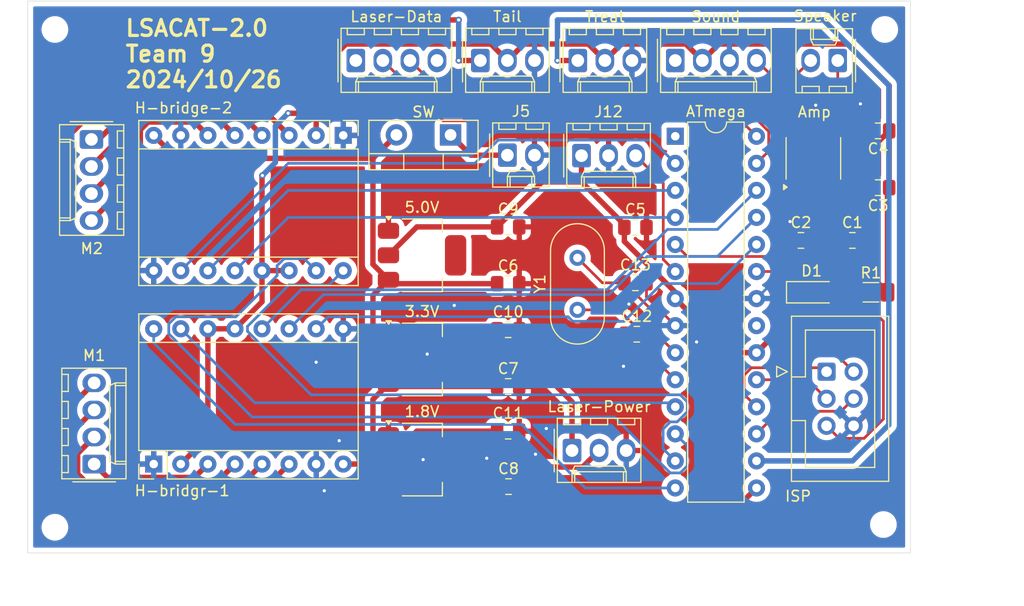
<source format=kicad_pcb>
(kicad_pcb (version 20240108) (generator "pcbnew") (generator_version "8.0")
  (layers (0 "F.Cu" signal) (31 "B.Cu" signal) (34 "B.Paste" user) (35 "F.Paste" user) (36 "B.SilkS" user "B.Silkscreen") (37 "F.SilkS" user "F.Silkscreen") (38 "B.Mask" user) (39 "F.Mask" user) (44 "Edge.Cuts" user))
  (net 0 "")
  (net 1 "/MS2_M1")
  (net 2 "/5V")
  (net 3 "/MS1_M1")
  (net 4 "GND")
  (net 5 "/A1_M1")
  (net 6 "/A2_M1")
  (net 7 "/B1_M1")
  (net 8 "/B2_M1")
  (net 9 "/VIN")
  (net 10 "/DIR_M1")
  (net 11 "/MS3_M1")
  (net 12 "/STEP_M1")
  (net 13 "/MS3_M2")
  (net 14 "/B1_M2")
  (net 15 "/STEP_M2")
  (net 16 "/MS1_M2")
  (net 17 "/DIR_M2")
  (net 18 "/A1_M2")
  (net 19 "/B2_M2")
  (net 20 "/A2_M2")
  (net 21 "/MS2_M2")
  (net 22 "Net-(U1-IN+)")
  (net 23 "/Speaker_IN+")
  (net 24 "Net-(U1-IN-)")
  (net 25 "/3.3V")
  (net 26 "/IOVDD")
  (net 27 "Net-(U2-XTAL2{slash}PB7)")
  (net 28 "Net-(U2-XTAL1{slash}PB6)")
  (net 29 "Net-(D1-A)")
  (net 30 "/Speaker_O+")
  (net 31 "/Speaker_O-")
  (net 32 "/MOSI")
  (net 33 "Net-(J2-~{RST})")
  (net 34 "/SCK")
  (net 35 "/MISO")
  (net 36 "/GPIO1")
  (net 37 "/SDA")
  (net 38 "/SCL")
  (net 39 "/XSHUT")
  (net 40 "/Anal_sound")
  (net 41 "/Digi_Sound")
  (net 42 "/PWM_Tail")
  (net 43 "/PWM_Treat")
  (net 44 "/Vout_Vibration")
  (net 45 "/Speaker_SD")
  (net 49 "/11.1V")
  (footprint "Package_TO_SOT_SMD:SOT-223" (layer "F.Cu") (at 80.289 109.468)
    (property "Reference" "3.3V")
    (property "Value" "AZ1117-3.3")
  )
  (footprint "Capacitor_SMD:C_0805_2012Metric_Pad1.18x1.45mm_HandSolder" (layer "F.Cu") (at 123.0755 93.339 180)
    (property "Reference" "C3")
    (property "Value" "10uF")
  )
  (footprint "Package_TO_SOT_SMD:SOT-223" (layer "F.Cu") (at 80.289 99.689)
    (property "Reference" "5.0V")
    (property "Value" "AZ1117-5.0")
  )
  (footprint "Capacitor_SMD:C_0805_2012Metric_Pad1.18x1.45mm_HandSolder" (layer "F.Cu") (at 88.3705 116.199)
    (property "Reference" "C11")
    (property "Value" "22uF")
  )
  (footprint "Connector_Molex:Molex_KK-254_AE-6410-03A_1x03_P2.54mm_Vertical" (layer "F.Cu") (at 85.759 81.401)
    (property "Reference" "Tail")
    (property "Value" "Tail")
  )
  (footprint "Capacitor_SMD:C_0805_2012Metric_Pad1.18x1.45mm_HandSolder" (layer "F.Cu") (at 88.3705 112.008)
    (property "Reference" "C7")
    (property "Value" "22uF")
  )
  (footprint "MountingHole:MountingHole_2mm" (layer "F.Cu") (at 123.571 124.968)
    (property "Reference" "H2" (hide yes))
    (property "Value" "MountingHole")
  )
  (footprint "MountingHole:MountingHole_2mm" (layer "F.Cu") (at 45.847 78.486)
    (property "Reference" "H3" (hide yes))
    (property "Value" "MountingHole")
  )
  (footprint "Diode_SMD:D_SOD-123" (layer "F.Cu") (at 116.841 103.161)
    (property "Reference" "D1")
    (property "Value" "MBR0520")
  )
  (footprint "Capacitor_SMD:C_0805_2012Metric_Pad1.18x1.45mm_HandSolder" (layer "F.Cu") (at 123.0755 88.005 180)
    (property "Reference" "C4")
    (property "Value" "1uF")
  )
  (footprint "Connector_Molex:Molex_KK-254_AE-6410-02A_1x02_P2.54mm_Vertical" (layer "F.Cu") (at 88.299 90.291)
    (property "Reference" "J5")
    (property "Value" "Battery")
  )
  (footprint "Module:Pololu_Breakout-16_15.2x20.3mm" (layer "F.Cu") (at 55.118 119.29 90)
    (property "Reference" "H-bridgr-1")
    (property "Value" "A4988")
  )
  (footprint "Resistor_SMD:R_1206_3216Metric_Pad1.30x1.75mm_HandSolder" (layer "F.Cu") (at 122.402 103.161)
    (property "Reference" "R1")
    (property "Value" "10k")
  )
  (footprint "Capacitor_SMD:C_0805_2012Metric_Pad1.18x1.45mm_HandSolder" (layer "F.Cu") (at 115.8365 98.292)
    (property "Reference" "C2")
    (property "Value" "0.1uF")
  )
  (footprint "Capacitor_SMD:C_0805_2012Metric_Pad1.18x1.45mm_HandSolder" (layer "F.Cu") (at 100.3085 97.065)
    (property "Reference" "C5")
    (property "Value" "1uF")
  )
  (footprint "Package_TO_SOT_THT:TO-220-2_Vertical" (layer "F.Cu") (at 82.965 88.386 180)
    (property "Reference" "SW")
    (property "Value" "SW_Push")
  )
  (footprint "Capacitor_SMD:C_0805_2012Metric_Pad1.18x1.45mm_HandSolder" (layer "F.Cu") (at 88.3705 106.674)
    (property "Reference" "C10")
    (property "Value" "22uF")
  )
  (footprint "Connector_Molex:Molex_KK-254_AE-6410-03A_1x03_P2.54mm_Vertical" (layer "F.Cu") (at 94.361 118.02)
    (property "Reference" "Laser-Power")
    (property "Value" "Laser_Power")
  )
  (footprint "Connector_Molex:Molex_KK-254_AE-6410-03A_1x03_P2.54mm_Vertical" (layer "F.Cu") (at 95.25 90.334)
    (property "Reference" "J12")
    (property "Value" "SW-420")
  )
  (footprint "MountingHole:MountingHole_2mm" (layer "F.Cu") (at 123.698 78.486)
    (property "Reference" "H1" (hide yes))
    (property "Value" "MountingHole")
  )
  (footprint "Capacitor_SMD:C_0805_2012Metric_Pad1.18x1.45mm_HandSolder" (layer "F.Cu") (at 120.6625 98.292)
    (property "Reference" "C1")
    (property "Value" "0.1uF")
  )
  (footprint "Connector_IDC:IDC-Header_2x03_P2.54mm_Vertical" (layer "F.Cu") (at 118.237 110.617)
    (property "Reference" "ISP")
    (property "Value" "AVR-ISP-6")
  )
  (footprint "Capacitor_SMD:C_0805_2012Metric_Pad1.18x1.45mm_HandSolder" (layer "F.Cu") (at 88.3705 102.356)
    (property "Reference" "C6")
    (property "Value" "22uF")
  )
  (footprint "Connector_Molex:Molex_KK-254_AE-6410-02A_1x02_P2.54mm_Vertical" (layer "F.Cu") (at 119.287 81.401 180)
    (property "Reference" "Speaker")
    (property "Value" "Speaker")
  )
  (footprint "Capacitor_SMD:C_0805_2012Metric_Pad1.18x1.45mm_HandSolder" (layer "F.Cu") (at 88.4045 121.406)
    (property "Reference" "C8")
    (property "Value" "22uF")
  )
  (footprint "Module:Pololu_Breakout-16_15.2x20.3mm" (layer "F.Cu") (at 72.898 88.429 -90)
    (property "Reference" "H-bridge-2")
    (property "Value" "A4988")
  )
  (footprint "MountingHole:MountingHole_2mm" (layer "F.Cu") (at 45.847 125.222)
    (property "Reference" "H4" (hide yes))
    (property "Value" "MountingHole")
  )
  (footprint "Package_TO_SOT_SMD:SOT-223" (layer "F.Cu") (at 80.289 118.866)
    (property "Reference" "1.8V")
    (property "Value" "AZ1117-1.8")
  )
  (footprint "Connector_Molex:Molex_KK-254_AE-6410-04A_1x04_P2.54mm_Vertical" (layer "F.Cu") (at 49.276 88.81 -90)
    (property "Reference" "M2")
    (property "Value" "M2")
  )
  (footprint "Capacitor_SMD:C_0805_2012Metric_Pad1.18x1.45mm_HandSolder" (layer "F.Cu") (at 88.3705 97.022)
    (property "Reference" "C9")
    (property "Value" "22uF")
  )
  (footprint "Connector_Molex:Molex_KK-254_AE-6410-04A_1x04_P2.54mm_Vertical" (layer "F.Cu") (at 49.53 119.29 90)
    (property "Reference" "M1")
    (property "Value" "M1")
  )
  (footprint "Connector_Molex:Molex_KK-254_AE-6410-04A_1x04_P2.54mm_Vertical" (layer "F.Cu") (at 104.047 81.401)
    (property "Reference" "Sound")
    (property "Value" "KY-038")
  )
  (footprint "Connector_Molex:Molex_KK-254_AE-6410-03A_1x03_P2.54mm_Vertical" (layer "F.Cu") (at 94.903 81.401)
    (property "Reference" "Treat")
    (property "Value" "Treat")
  )
  (footprint "Connector_Molex:Molex_KK-254_AE-6410-04A_1x04_P2.54mm_Vertical" (layer "F.Cu") (at 74.075 81.401)
    (property "Reference" "Laser-Data")
    (property "Value" "Laser_Data")
  )
  (footprint "Package_DIP:DIP-28_W7.62mm" (layer "F.Cu") (at 104.047 88.513)
    (property "Reference" "ATmega")
    (property "Value" "ATmega328-P")
  )
  (footprint "Capacitor_SMD:C_0805_2012Metric_Pad1.18x1.45mm_HandSolder" (layer "F.Cu") (at 100.3085 102.272)
    (property "Reference" "C13")
    (property "Value" "22pF")
  )
  (footprint "Capacitor_SMD:C_0805_2012Metric_Pad1.18x1.45mm_HandSolder" (layer "F.Cu") (at 100.4355 107.098)
    (property "Reference" "C12")
    (property "Value" "22pF")
  )
  (footprint "Crystal:Crystal_HC49-U_Vertical" (layer "F.Cu") (at 94.869 104.812 90)
    (property "Reference" "Y1")
    (property "Value" "16Mhz")
  )
  (footprint "Package_SO:SOP-8_3.9x4.9mm_P1.27mm" (layer "F.Cu") (at 117.001 90.587 90)
    (property "Reference" "Amp")
    (property "Value" "PAM8302AAS")
  )
  (gr_rect (start 43.307 75.819) (end 126.111 127.635) (stroke (width 0.05)) (fill none) (layer "Edge.Cuts"))
  (gr_text "LSACAT-2.0\nTeam 9\n2024/10/26" (at 52.324 84.074 0) (layer "F.SilkS") (effects (font (size 1.5 1.5) (thickness 0.3) (bold yes)) (justify left bottom)))
  (segment (start 108 99.8) (end 111.667 96.133) (width 0.254) (layer "B.Cu") (net 1))
  (segment (start 67.818 106.59) (end 71.031 103.377) (width 0.254) (layer "B.Cu") (net 1))
  (segment (start 97.826053 103.377) (end 101.403053 99.8) (width 0.254) (layer "B.Cu") (net 1))
  (segment (start 101.403053 99.8) (end 108 99.8) (width 0.254) (layer "B.Cu") (net 1))
  (segment (start 71.031 103.377) (end 97.826053 103.377) (width 0.254) (layer "B.Cu") (net 1))
  (segment (start 73.156466 79.852) (end 86.75 79.852) (width 0.508) (layer "F.Cu") (net 2))
  (segment (start 106.587 81.401) (end 108.136 79.852) (width 0.508) (layer "F.Cu") (net 2))
  (segment (start 97.443 81.401) (end 98.992 79.852) (width 0.508) (layer "F.Cu") (net 2))
  (segment (start 95.25 92.797) (end 95.25 90.334) (width 0.508) (layer "F.Cu") (net 2))
  (segment (start 117.636 87.962) (end 117.636 88.786999) (width 0.508) (layer "F.Cu") (net 2))
  (segment (start 98.992 79.852) (end 105.038 79.852) (width 0.508) (layer "F.Cu") (net 2))
  (segment (start 104.047 103.753) (end 104.047 103.157966) (width 0.508) (layer "F.Cu") (net 2))
  (segment (start 124.113 93.593) (end 123.952 93.754) (width 0.508) (layer "F.Cu") (net 2))
  (segment (start 122.877 89.241) (end 124.113 88.005) (width 0.508) (layer "F.Cu") (net 2))
  (segment (start 70.358 86.354) (end 70.358 82.650466) (width 0.508) (layer "F.Cu") (net 2))
  (segment (start 65.278 101.129) (end 65.278 104.05) (width 0.508) (layer "F.Cu") (net 2))
  (segment (start 99.271 97.065) (end 99.271 96.818) (width 0.508) (layer "F.Cu") (net 2))
  (segment (start 95.894 79.852) (end 97.443 81.401) (width 0.508) (layer "F.Cu") (net 2))
  (segment (start 65.278 92.23) (end 65.312 92.196) (width 0.508) (layer "F.Cu") (net 2))
  (segment (start 62.738 106.59) (end 60.198 106.59) (width 0.508) (layer "F.Cu") (net 2))
  (segment (start 65.278 104.05) (end 62.738 106.59) (width 0.508) (layer "F.Cu") (net 2))
  (segment (start 120.205534 79.852) (end 124.113 83.759466) (width 0.508) (layer "F.Cu") (net 2))
  (segment (start 79.806 97.022) (end 87.333 97.022) (width 0.508) (layer "F.Cu") (net 2))
  (segment (start 116.52 101.832) (end 115.191 103.161) (width 0.508) (layer "F.Cu") (net 2))
  (segment (start 99.271 98.381966) (end 99.271 97.065) (width 0.508) (layer "F.Cu") (net 2))
  (segment (start 70.358 88.429) (end 70.358 86.354) (width 0.508) (layer "F.Cu") (net 2))
  (segment (start 86.75 79.852) (end 88.299 81.401) (width 0.508) (layer "F.Cu") (net 2))
  (segment (start 104.047 103.157966) (end 99.271 98.381966) (width 0.508) (layer "F.Cu") (net 2))
  (segment (start 124.113 93.339) (end 124.113 93.593) (width 0.508) (layer "F.Cu") (net 2))
  (segment (start 87.333 97.022) (end 91.558 92.797) (width 0.508) (layer "F.Cu") (net 2))
  (segment (start 77.139 99.689) (end 79.806 97.022) (width 0.508) (layer "F.Cu") (net 2))
  (segment (start 88.299 81.401) (end 89.848 79.852) (width 0.508) (layer "F.Cu") (net 2))
  (segment (start 115.191 103.161) (end 115.191 105.309) (width 0.508) (layer "F.Cu") (net 2))
  (segment (start 91.558 92.797) (end 95.25 92.797) (width 0.508) (layer "F.Cu") (net 2))
  (segment (start 60.198 106.59) (end 60.198 116.75) (width 0.508) (layer "F.Cu") (net 2))
  (segment (start 89.848 79.852) (end 95.894 79.852) (width 0.508) (layer "F.Cu") (net 2))
  (segment (start 122.623 101.832) (end 116.52 101.832) (width 0.508) (layer "F.Cu") (net 2))
  (segment (start 108.136 79.852) (end 120.205534 79.852) (width 0.508) (layer "F.Cu") (net 2))
  (segment (start 111.667 108.833) (end 109.127 108.833) (width 0.508) (layer "F.Cu") (net 2))
  (segment (start 124.113 88.005) (end 124.113 93.339) (width 0.508) (layer "F.Cu") (net 2))
  (segment (start 65.278 101.129) (end 65.278 92.23) (width 0.508) (layer "F.Cu") (net 2))
  (segment (start 124.113 83.759466) (end 124.113 88.005) (width 0.508) (layer "F.Cu") (net 2))
  (segment (start 115.191 105.309) (end 111.667 108.833) (width 0.508) (layer "F.Cu") (net 2))
  (segment (start 70.358 82.650466) (end 73.156466 79.852) (width 0.508) (layer "F.Cu") (net 2))
  (segment (start 123.952 93.754) (end 123.952 103.161) (width 0.508) (layer "F.Cu") (net 2))
  (segment (start 105.038 79.852) (end 106.587 81.401) (width 0.508) (layer "F.Cu") (net 2))
  (segment (start 67.818 101.129) (end 65.278 101.129) (width 0.508) (layer "F.Cu") (net 2))
  (segment (start 117.636 88.786999) (end 118.090001 89.241) (width 0.508) (layer "F.Cu") (net 2))
  (segment (start 99.271 96.818) (end 95.25 92.797) (width 0.508) (layer "F.Cu") (net 2))
  (segment (start 123.952 103.161) (end 122.623 101.832) (width 0.508) (layer "F.Cu") (net 2))
  (segment (start 118.090001 89.241) (end 122.877 89.241) (width 0.508) (layer "F.Cu") (net 2))
  (segment (start 67.725 86.354) (end 70.358 86.354) (width 0.508) (layer "F.Cu") (net 2))
  (segment (start 60.198 116.75) (end 57.658 119.29) (width 0.508) (layer "F.Cu") (net 2))
  (segment (start 109.127 108.833) (end 104.047 103.753) (width 0.508) (layer "F.Cu") (net 2))
  (via (at 65.312 92.196) (size 0.6) (drill 0.3) (layers "F.Cu" "B.Cu") (net 2))
  (via (at 67.725 86.354) (size 0.6) (drill 0.3) (layers "F.Cu" "B.Cu") (net 2))
  (segment (start 65.312 92.196) (end 66.532 90.976) (width 0.508) (layer "B.Cu") (net 2))
  (segment (start 66.532 90.976) (end 66.532 87.547) (width 0.508) (layer "B.Cu") (net 2))
  (segment (start 66.532 87.547) (end 67.725 86.354) (width 0.508) (layer "B.Cu") (net 2))
  (segment (start 93.996891 105.463) (end 94.422891 105.889) (width 0.254) (layer "B.Cu") (net 3))
  (segment (start 99.244001 105.889) (end 102.793001 102.34) (width 0.254) (layer "B.Cu") (net 3))
  (segment (start 94.422891 105.889) (end 99.244001 105.889) (width 0.254) (layer "B.Cu") (net 3))
  (segment (start 102.793001 102.34) (end 108 102.34) (width 0.254) (layer "B.Cu") (net 3))
  (segment (start 71.485 105.463) (end 93.996891 105.463) (width 0.254) (layer "B.Cu") (net 3))
  (segment (start 70.358 106.59) (end 71.485 105.463) (width 0.254) (layer "B.Cu") (net 3))
  (segment (start 108 102.34) (end 111.667 98.673) (width 0.254) (layer "B.Cu") (net 3))
  (segment (start 77.139 107.168) (end 77.139 105.134) (width 0.254) (layer "F.Cu") (net 4))
  (segment (start 77.139 114.818) (end 77.123 114.802) (width 0.254) (layer "F.Cu") (net 4))
  (segment (start 101.346 103.592) (end 104.047 106.293) (width 0.254) (layer "F.Cu") (net 4))
  (segment (start 97.79 90.334) (end 97.79 92.543) (width 0.254) (layer "F.Cu") (net 4))
  (segment (start 77.139 105.134) (end 77.25 105.023) (width 0.254) (layer "F.Cu") (net 4))
  (segment (start 90.839 83.56) (end 90.966 83.687) (width 0.254) (layer "F.Cu") (net 4))
  (segment (start 77.139 97.389) (end 77.139 95.482) (width 0.254) (layer "F.Cu") (net 4))
  (segment (start 90.839 81.401) (end 90.839 83.56) (width 0.254) (layer "F.Cu") (net 4))
  (segment (start 77.139 116.566) (end 77.139 114.818) (width 0.254) (layer "F.Cu") (net 4))
  (segment (start 114.799 96.529) (end 114.808 96.52) (width 0.254) (layer "F.Cu") (net 4))
  (segment (start 120.777 115.697) (end 121.031 115.697) (width 0.254) (layer "F.Cu") (net 4))
  (segment (start 121.031 115.697) (end 122.174 114.554) (width 0.254) (layer "F.Cu") (net 4))
  (segment (start 97.79 92.543) (end 98.205 92.958) (width 0.254) (layer "F.Cu") (net 4))
  (segment (start 77.139 95.482) (end 77.25 95.371) (width 0.254) (layer "F.Cu") (net 4))
  (segment (start 109.127 81.401) (end 109.127 83.814) (width 0.254) (layer "F.Cu") (net 4))
  (segment (start 101.346 102.272) (end 101.346 103.592) (width 0.254) (layer "F.Cu") (net 4))
  (segment (start 114.799 98.292) (end 114.799 96.529) (width 0.254) (layer "F.Cu") (net 4))
  (via (at 99.187 110.109) (size 0.6) (drill 0.3) (layers "F.Cu" "B.Cu") (net 4))
  (via (at 90.932 118.364) (size 0.6) (drill 0.3) (layers "F.Cu" "B.Cu") (net 4))
  (via (at 72.517 117.094) (size 0.6) (drill 0.3) (layers "F.Cu" "B.Cu") (net 4))
  (via (at 86.36 118.745) (size 0.6) (drill 0.3) (layers "F.Cu" "B.Cu") (net 4))
  (via (at 91.948 115.951) (size 0.6) (drill 0.3) (layers "F.Cu" "B.Cu") (net 4))
  (via (at 114.808 96.52) (size 0.6) (drill 0.3) (layers "F.Cu" "B.Cu") (net 4))
  (via (at 70.358 109.728) (size 0.6) (drill 0.3) (layers "F.Cu" "B.Cu") (net 4))
  (via (at 83.312 104.394) (size 0.6) (drill 0.3) (layers "F.Cu" "B.Cu") (net 4))
  (via (at 80.772 108.966) (size 0.6) (drill 0.3) (layers "F.Cu" "B.Cu") (net 4))
  (via (at 106.045 107.823) (size 0.6) (drill 0.3) (layers "F.Cu" "B.Cu") (net 4))
  (via (at 117.221 85.598) (size 0.6) (drill 0.3) (layers "F.Cu" "B.Cu") (net 4))
  (via (at 121.412 85.471) (size 0.6) (drill 0.3) (layers "F.Cu" "B.Cu") (net 4))
  (via (at 99.695 104.267) (size 0.6) (drill 0.3) (layers "F.Cu" "B.Cu") (net 4))
  (via (at 80.391 118.872) (size 0.6) (drill 0.3) (layers "F.Cu" "B.Cu") (net 4))
  (via (at 71.12 121.793) (size 0.6) (drill 0.3) (layers "F.Cu" "B.Cu") (net 4))
  (segment (start 99.441 119.848) (end 99.602 120.009) (width 0.254) (layer "B.Cu") (net 4))
  (segment (start 114.808 96.52) (end 115.951 97.663) (width 0.254) (layer "B.Cu") (net 4))
  (segment (start 99.441 118.02) (end 99.441 119.848) (width 0.254) (layer "B.Cu") (net 4))
  (segment (start 120.777 117.094) (end 120.396 117.475) (width 0.254) (layer "B.Cu") (net 4))
  (segment (start 115.951 97.663) (end 115.951 99.469) (width 0.254) (layer "B.Cu") (net 4))
  (segment (start 120.777 115.697) (end 120.777 117.094) (width 0.254) (layer "B.Cu") (net 4))
  (segment (start 111.667 103.753) (end 115.951 99.469) (width 0.254) (layer "B.Cu") (net 4))
  (segment (start 47.981 118.299) (end 47.981 120.208534) (width 0.508) (layer "F.Cu") (net 5))
  (segment (start 49.024466 121.252) (end 60.776 121.252) (width 0.508) (layer "F.Cu") (net 5))
  (segment (start 47.981 120.208534) (end 49.024466 121.252) (width 0.508) (layer "F.Cu") (net 5))
  (segment (start 60.776 121.252) (end 62.738 119.29) (width 0.508) (layer "F.Cu") (net 5))
  (segment (start 49.53 116.75) (end 47.981 118.299) (width 0.508) (layer "F.Cu") (net 5))
  (segment (start 47.273 116.467) (end 47.273 120.501798) (width 0.508) (layer "F.Cu") (net 6))
  (segment (start 48.731202 121.96) (end 62.608 121.96) (width 0.508) (layer "F.Cu") (net 6))
  (segment (start 49.53 114.21) (end 47.273 116.467) (width 0.508) (layer "F.Cu") (net 6))
  (segment (start 47.273 120.501798) (end 48.731202 121.96) (width 0.508) (layer "F.Cu") (net 6))
  (segment (start 62.608 121.96) (end 65.278 119.29) (width 0.508) (layer "F.Cu") (net 6))
  (segment (start 49.53 119.29) (end 50.784 120.544) (width 0.508) (layer "F.Cu") (net 7))
  (segment (start 50.784 120.544) (end 58.944 120.544) (width 0.508) (layer "F.Cu") (net 7))
  (segment (start 58.944 120.544) (end 60.198 119.29) (width 0.508) (layer "F.Cu") (net 7))
  (segment (start 46.565 120.795062) (end 48.437938 122.668) (width 0.508) (layer "F.Cu") (net 8))
  (segment (start 48.437938 122.668) (end 64.44 122.668) (width 0.508) (layer "F.Cu") (net 8))
  (segment (start 49.53 111.67) (end 46.565 114.635) (width 0.508) (layer "F.Cu") (net 8))
  (segment (start 46.565 114.635) (end 46.565 120.795062) (width 0.508) (layer "F.Cu") (net 8))
  (segment (start 64.44 122.668) (end 67.818 119.29) (width 0.508) (layer "F.Cu") (net 8))
  (segment (start 84.87 90.291) (end 82.965 88.386) (width 0.508) (layer "F.Cu") (net 9))
  (segment (start 88.299 90.291) (end 84.87 90.291) (width 0.508) (layer "F.Cu") (net 9))
  (segment (start 62.772 115.564) (end 89.617072 115.564) (width 0.254) (layer "B.Cu") (net 10))
  (segment (start 95.586072 121.533) (end 104.047 121.533) (width 0.254) (layer "B.Cu") (net 10))
  (segment (start 55.118 107.91) (end 62.772 115.564) (width 0.254) (layer "B.Cu") (net 10))
  (segment (start 55.118 106.59) (end 55.118 107.91) (width 0.254) (layer "B.Cu") (net 10))
  (segment (start 89.617072 115.564) (end 95.586072 121.533) (width 0.254) (layer "B.Cu") (net 10))
  (segment (start 68.945 102.923) (end 97.638001 102.923) (width 0.254) (layer "B.Cu") (net 11))
  (segment (start 108 97.26) (end 111.667 93.593) (width 0.254) (layer "B.Cu") (net 11))
  (segment (start 103.301001 97.26) (end 108 97.26) (width 0.254) (layer "B.Cu") (net 11))
  (segment (start 65.278 106.59) (end 68.945 102.923) (width 0.254) (layer "B.Cu") (net 11))
  (segment (start 97.638001 102.923) (end 103.301001 97.26) (width 0.254) (layer "B.Cu") (net 11))
  (segment (start 103.674 113.54) (end 104.047 113.913) (width 0.254) (layer "B.Cu") (net 12))
  (segment (start 64.608 113.54) (end 103.674 113.54) (width 0.254) (layer "B.Cu") (net 12))
  (segment (start 57.658 106.59) (end 64.608 113.54) (width 0.254) (layer "B.Cu") (net 12))
  (segment (start 67.734 96.133) (end 104.047 96.133) (width 0.254) (layer "B.Cu") (net 13))
  (segment (start 62.738 101.129) (end 67.734 96.133) (width 0.254) (layer "B.Cu") (net 13))
  (segment (start 64.44 85.051) (end 67.818 88.429) (width 0.508) (layer "F.Cu") (net 14))
  (segment (start 49.959784 88.81) (end 53.718784 85.051) (width 0.508) (layer "F.Cu") (net 14))
  (segment (start 53.718784 85.051) (end 64.44 85.051) (width 0.508) (layer "F.Cu") (net 14))
  (segment (start 49.276 88.81) (end 49.959784 88.81) (width 0.508) (layer "F.Cu") (net 14))
  (segment (start 56.531 106.123181) (end 56.531 107.056819) (width 0.254) (layer "B.Cu") (net 15))
  (segment (start 103.580181 120.12) (end 104.513819 120.12) (width 0.254) (layer "B.Cu") (net 15))
  (segment (start 57.191181 105.463) (end 56.531 106.123181) (width 0.254) (layer "B.Cu") (net 15))
  (segment (start 105.174 119.459819) (end 105.174 117.58) (width 0.254) (layer "B.Cu") (net 15))
  (segment (start 69.231 100.002) (end 67.351181 100.002) (width 0.254) (layer "B.Cu") (net 15))
  (segment (start 98.332181 114.872) (end 103.580181 120.12) (width 0.254) (layer "B.Cu") (net 15))
  (segment (start 105.174 117.58) (end 104.047 116.453) (width 0.254) (layer "B.Cu") (net 15))
  (segment (start 62.823819 105.463) (end 57.191181 105.463) (width 0.254) (layer "B.Cu") (net 15))
  (segment (start 67.351181 100.002) (end 66.691 100.662181) (width 0.254) (layer "B.Cu") (net 15))
  (segment (start 66.691 101.595819) (end 62.823819 105.463) (width 0.254) (layer "B.Cu") (net 15))
  (segment (start 104.513819 120.12) (end 105.174 119.459819) (width 0.254) (layer "B.Cu") (net 15))
  (segment (start 64.346181 114.872) (end 98.332181 114.872) (width 0.254) (layer "B.Cu") (net 15))
  (segment (start 70.358 101.129) (end 69.231 100.002) (width 0.254) (layer "B.Cu") (net 15))
  (segment (start 56.531 107.056819) (end 64.346181 114.872) (width 0.254) (layer "B.Cu") (net 15))
  (segment (start 66.691 100.662181) (end 66.691 101.595819) (width 0.254) (layer "B.Cu") (net 15))
  (segment (start 57.658 101.129) (end 67.734 91.053) (width 0.254) (layer "B.Cu") (net 16))
  (segment (start 101.863 88.869) (end 104.047 91.053) (width 0.254) (layer "B.Cu") (net 16))
  (segment (start 85.249072 91.053) (end 87.433072 88.869) (width 0.254) (layer "B.Cu") (net 16))
  (segment (start 87.433072 88.869) (end 101.863 88.869) (width 0.254) (layer "B.Cu") (net 16))
  (segment (start 67.734 91.053) (end 85.249072 91.053) (width 0.254) (layer "B.Cu") (net 16))
  (segment (start 104.227819 115.326) (end 103.580181 115.326) (width 0.254) (layer "B.Cu") (net 17))
  (segment (start 69.880181 112.786) (end 104.513819 112.786) (width 0.254) (layer "B.Cu") (net 17))
  (segment (start 105.174 114.379819) (end 104.227819 115.326) (width 0.254) (layer "B.Cu") (net 17))
  (segment (start 63.915 106.359181) (end 63.915 106.820819) (width 0.254) (layer "B.Cu") (net 17))
  (segment (start 102.904 117.85) (end 104.047 118.993) (width 0.254) (layer "B.Cu") (net 17))
  (segment (start 71.558 102.469) (end 67.805181 102.469) (width 0.254) (layer "B.Cu") (net 17))
  (segment (start 72.898 101.129) (end 71.558 102.469) (width 0.254) (layer "B.Cu") (net 17))
  (segment (start 103.580181 115.326) (end 102.904 116.002181) (width 0.254) (layer "B.Cu") (net 17))
  (segment (start 105.174 113.446181) (end 105.174 114.379819) (width 0.254) (layer "B.Cu") (net 17))
  (segment (start 104.513819 112.786) (end 105.174 113.446181) (width 0.254) (layer "B.Cu") (net 17))
  (segment (start 102.904 116.002181) (end 102.904 117.85) (width 0.254) (layer "B.Cu") (net 17))
  (segment (start 63.915 106.820819) (end 69.880181 112.786) (width 0.254) (layer "B.Cu") (net 17))
  (segment (start 67.805181 102.469) (end 63.915 106.359181) (width 0.254) (layer "B.Cu") (net 17))
  (segment (start 52.448 88.178) (end 52.448 87.323048) (width 0.508) (layer "F.Cu") (net 18))
  (segment (start 49.276 91.35) (end 52.448 88.178) (width 0.508) (layer "F.Cu") (net 18))
  (segment (start 52.448 87.323048) (end 54.012048 85.759) (width 0.508) (layer "F.Cu") (net 18))
  (segment (start 62.608 85.759) (end 65.278 88.429) (width 0.508) (layer "F.Cu") (net 18))
  (segment (start 54.012048 85.759) (end 62.608 85.759) (width 0.508) (layer "F.Cu") (net 18))
  (segment (start 54.598576 87.175) (end 58.944 87.175) (width 0.508) (layer "F.Cu") (net 19))
  (segment (start 53.864 87.909576) (end 54.598576 87.175) (width 0.508) (layer "F.Cu") (net 19))
  (segment (start 53.864 91.842) (end 53.864 87.909576) (width 0.508) (layer "F.Cu") (net 19))
  (segment (start 49.276 96.43) (end 53.864 91.842) (width 0.508) (layer "F.Cu") (net 19))
  (segment (start 58.944 87.175) (end 60.198 88.429) (width 0.508) (layer "F.Cu") (net 19))
  (segment (start 54.305312 86.467) (end 60.776 86.467) (width 0.508) (layer "F.Cu") (net 20))
  (segment (start 60.776 86.467) (end 62.738 88.429) (width 0.508) (layer "F.Cu") (net 20))
  (segment (start 53.156 90.01) (end 53.156 87.616312) (width 0.508) (layer "F.Cu") (net 20))
  (segment (start 53.156 87.616312) (end 54.305312 86.467) (width 0.508) (layer "F.Cu") (net 20))
  (segment (start 49.276 93.89) (end 53.156 90.01) (width 0.508) (layer "F.Cu") (net 20))
  (segment (start 67.734 93.593) (end 104.047 93.593) (width 0.254) (layer "B.Cu") (net 21))
  (segment (start 60.198 101.129) (end 67.734 93.593) (width 0.254) (layer "B.Cu") (net 21))
  (segment (start 117.636 92.387001) (end 117.963001 92.06) (width 0.254) (layer "F.Cu") (net 22))
  (segment (start 117.636 93.212) (end 117.636 92.387001) (width 0.254) (layer "F.Cu") (net 22))
  (segment (start 119.257736 92.06) (end 121.1235 93.925764) (width 0.254) (layer "F.Cu") (net 22))
  (segment (start 117.963001 92.06) (end 119.257736 92.06) (width 0.254) (layer "F.Cu") (net 22))
  (segment (start 121.1235 97.7155) (end 121.7 98.292) (width 0.254) (layer "F.Cu") (net 22))
  (segment (start 121.1235 93.925764) (end 121.1235 97.7155) (width 0.254) (layer "F.Cu") (net 22))
  (segment (start 105.174 99.8) (end 104.047 98.673) (width 0.254) (layer "F.Cu") (net 23))
  (segment (start 119.625 98.292) (end 118.117 99.8) (width 0.254) (layer "F.Cu") (net 23))
  (segment (start 118.117 99.8) (end 105.174 99.8) (width 0.254) (layer "F.Cu") (net 23))
  (segment (start 118.906 96.26) (end 118.906 93.212) (width 0.254) (layer "F.Cu") (net 24))
  (segment (start 116.874 98.292) (end 118.906 96.26) (width 0.254) (layer "F.Cu") (net 24))
  (segment (start 87.333 106.674) (end 87.592966 106.674) (width 0.508) (layer "F.Cu") (net 25))
  (segment (start 94.361 113.442034) (end 94.361 118.02) (width 0.508) (layer "F.Cu") (net 25))
  (segment (start 79.933 106.674) (end 87.333 106.674) (width 0.508) (layer "F.Cu") (net 25))
  (segment (start 77.139 109.468) (end 79.933 106.674) (width 0.508) (layer "F.Cu") (net 25))
  (segment (start 87.592966 106.674) (end 94.361 113.442034) (width 0.508) (layer "F.Cu") (net 25))
  (segment (start 77.139 118.866) (end 79.806 116.199) (width 0.508) (layer "F.Cu") (net 26))
  (segment (start 95.352 119.569) (end 96.901 118.02) (width 0.508) (layer "F.Cu") (net 26))
  (segment (start 87.333 116.199) (end 90.703 119.569) (width 0.508) (layer "F.Cu") (net 26))
  (segment (start 79.806 116.199) (end 87.333 116.199) (width 0.508) (layer "F.Cu") (net 26))
  (segment (start 90.703 119.569) (end 95.352 119.569) (width 0.508) (layer "F.Cu") (net 26))
  (segment (start 98.747428 104.812) (end 94.869 104.812) (width 0.254) (layer "F.Cu") (net 27))
  (segment (start 101.473 108.799) (end 101.473 107.098) (width 0.254) (layer "F.Cu") (net 27))
  (segment (start 101.473 107.098) (end 101.033428 107.098) (width 0.254) (layer "F.Cu") (net 27))
  (segment (start 104.047 111.373) (end 101.473 108.799) (width 0.254) (layer "F.Cu") (net 27))
  (segment (start 101.033428 107.098) (end 98.747428 104.812) (width 0.254) (layer "F.Cu") (net 27))
  (segment (start 102.3875 105.3885) (end 102.3875 107.1735) (width 0.254) (layer "F.Cu") (net 28))
  (segment (start 94.869 99.932) (end 97.209 102.272) (width 0.254) (layer "F.Cu") (net 28))
  (segment (start 97.209 102.272) (end 99.271 102.272) (width 0.254) (layer "F.Cu") (net 28))
  (segment (start 99.271 102.272) (end 102.3875 105.3885) (width 0.254) (layer "F.Cu") (net 28))
  (segment (start 102.3875 107.1735) (end 104.047 108.833) (width 0.254) (layer "F.Cu") (net 28))
  (segment (start 118.491 108.331) (end 120.777 110.617) (width 0.254) (layer "F.Cu") (net 29))
  (segment (start 118.491 103.161) (end 118.491 108.331) (width 0.254) (layer "F.Cu") (net 29))
  (segment (start 119.287 81.401) (end 119.287 87.581) (width 0.254) (layer "F.Cu") (net 30))
  (segment (start 119.287 87.581) (end 118.906 87.962) (width 0.254) (layer "F.Cu") (net 30))
  (segment (start 116.747 81.401) (end 115.096 83.052) (width 0.254) (layer "F.Cu") (net 31))
  (segment (start 115.096 83.052) (end 115.096 87.962) (width 0.254) (layer "F.Cu") (net 31))
  (segment (start 113.786 114.334) (end 119.6 114.334) (width 0.254) (layer "F.Cu") (net 32))
  (segment (start 119.6 114.334) (end 120.777 113.157) (width 0.254) (layer "F.Cu") (net 32))
  (segment (start 111.667 116.453) (end 113.786 114.334) (width 0.254) (layer "F.Cu") (net 32))
  (segment (start 119.414 116.874) (end 118.237 115.697) (width 0.254) (layer "F.Cu") (net 33))
  (segment (start 123.571 115.062) (end 121.759 116.874) (width 0.254) (layer "F.Cu") (net 33))
  (segment (start 123.571 105.88) (end 123.571 115.062) (width 0.254) (layer "F.Cu") (net 33))
  (segment (start 120.852 103.161) (end 123.571 105.88) (width 0.254) (layer "F.Cu") (net 33))
  (segment (start 121.759 116.874) (end 119.414 116.874) (width 0.254) (layer "F.Cu") (net 33))
  (segment (start 116.453 111.373) (end 118.237 113.157) (width 0.254) (layer "F.Cu") (net 34))
  (segment (start 111.667 111.373) (end 116.453 111.373) (width 0.254) (layer "F.Cu") (net 34))
  (segment (start 110.49 110.956181) (end 110.49 112.736) (width 0.254) (layer "F.Cu") (net 35))
  (segment (start 110.49 112.736) (end 111.667 113.913) (width 0.254) (layer "F.Cu") (net 35))
  (segment (start 117.866 110.246) (end 111.200181 110.246) (width 0.254) (layer "F.Cu") (net 35))
  (segment (start 118.237 110.617) (end 117.866 110.246) (width 0.254) (layer "F.Cu") (net 35))
  (segment (start 111.200181 110.246) (end 110.49 110.956181) (width 0.254) (layer "F.Cu") (net 35))
  (segment (start 111.352819 86.605) (end 112.81 88.062181) (width 0.254) (layer "F.Cu") (net 37))
  (segment (start 112.81 88.062181) (end 112.81 89.91) (width 0.254) (layer "F.Cu") (net 37))
  (segment (start 79.155 81.401) (end 84.359 86.605) (width 0.254) (layer "F.Cu") (net 37))
  (segment (start 112.81 89.91) (end 111.667 91.053) (width 0.254) (layer "F.Cu") (net 37))
  (segment (start 84.359 86.605) (end 111.352819 86.605) (width 0.254) (layer "F.Cu") (net 37))
  (segment (start 110.213 87.059) (end 111.667 88.513) (width 0.254) (layer "F.Cu") (net 38))
  (segment (start 82.273 87.059) (end 110.213 87.059) (width 0.254) (layer "F.Cu") (net 38))
  (segment (start 76.615 81.401) (end 82.273 87.059) (width 0.254) (layer "F.Cu") (net 38))
  (segment (start 120.5395 97.571072) (end 120.5395 99.012928) (width 0.254) (layer "F.Cu") (net 40))
  (segment (start 113.521 99.346) (end 117.928948 99.346) (width 0.254) (layer "F.Cu") (net 40))
  (segment (start 118.7105 97.571072) (end 119.041572 97.24) (width 0.254) (layer "F.Cu") (net 40))
  (segment (start 113.356 99.181) (end 113.521 99.346) (width 0.254) (layer "F.Cu") (net 40))
  (segment (start 111.667 81.401) (end 113.356 83.09) (width 0.254) (layer "F.Cu") (net 40))
  (segment (start 117.928948 99.346) (end 118.7105 98.564448) (width 0.254) (layer "F.Cu") (net 40))
  (segment (start 120.208428 97.24) (end 120.5395 97.571072) (width 0.254) (layer "F.Cu") (net 40))
  (segment (start 118.339428 101.213) (end 111.667 101.213) (width 0.254) (layer "F.Cu") (net 40))
  (segment (start 113.356 83.09) (end 113.356 99.181) (width 0.254) (layer "F.Cu") (net 40))
  (segment (start 118.7105 98.564448) (end 118.7105 97.571072) (width 0.254) (layer "F.Cu") (net 40))
  (segment (start 119.041572 97.24) (end 120.208428 97.24) (width 0.254) (layer "F.Cu") (net 40))
  (segment (start 120.5395 99.012928) (end 118.339428 101.213) (width 0.254) (layer "F.Cu") (net 40))
  (segment (start 85.759 81.401) (end 83.727 81.401) (width 0.508) (layer "F.Cu") (net 42))
  (segment (start 58.027466 77.591) (end 45.857 89.761466) (width 0.508) (layer "F.Cu") (net 42))
  (segment (start 47.851 123.376) (end 109.824 123.376) (width 0.508) (layer "F.Cu") (net 42))
  (segment (start 45.857 121.382) (end 47.851 123.376) (width 0.508) (layer "F.Cu") (net 42))
  (segment (start 45.857 89.761466) (end 45.857 121.382) (width 0.508) (layer "F.Cu") (net 42))
  (segment (start 83.727 77.591) (end 58.027466 77.591) (width 0.508) (layer "F.Cu") (net 42))
  (segment (start 109.824 123.376) (end 111.667 121.533) (width 0.508) (layer "F.Cu") (net 42))
  (via (at 83.727 77.591) (size 0.6) (drill 0.3) (layers "F.Cu" "B.Cu") (net 42))
  (via (at 83.727 81.401) (size 0.6) (drill 0.3) (layers "F.Cu" "B.Cu") (net 42))
  (segment (start 83.727 81.401) (end 83.727 77.591) (width 0.508) (layer "B.Cu") (net 42))
  (segment (start 94.903 81.401) (end 92.998 81.401) (width 0.508) (layer "F.Cu") (net 43))
  (via (at 92.998 81.401) (size 0.6) (drill 0.3) (layers "F.Cu" "B.Cu") (net 43))
  (segment (start 117.944534 77.591) (end 124.079 83.725466) (width 0.508) (layer "B.Cu") (net 43))
  (segment (start 124.079 83.725466) (end 124.079 115.598135) (width 0.508) (layer "B.Cu") (net 43))
  (segment (start 92.998 81.401) (end 92.998 77.591) (width 0.508) (layer "B.Cu") (net 43))
  (segment (start 120.684135 118.993) (end 111.667 118.993) (width 0.508) (layer "B.Cu") (net 43))
  (segment (start 92.998 77.591) (end 117.944534 77.591) (width 0.508) (layer "B.Cu") (net 43))
  (segment (start 124.079 115.598135) (end 120.684135 118.993) (width 0.508) (layer "B.Cu") (net 43))
  (segment (start 100.33 90.334) (end 102.92 92.924) (width 0.254) (layer "F.Cu") (net 44))
  (segment (start 102.92 100.086) (end 104.047 101.213) (width 0.254) (layer "F.Cu") (net 44))
  (segment (start 102.92 92.924) (end 102.92 100.086) (width 0.254) (layer "F.Cu") (net 44))
  (segment (start 75.685 110.314) (end 77.139 111.768) (width 0.508) (layer "F.Cu") (net 49))
  (segment (start 75.685 100.535) (end 77.139 101.989) (width 0.508) (layer "F.Cu") (net 49))
  (segment (start 77.139 111.768) (end 75.685 113.222) (width 0.508) (layer "F.Cu") (net 49))
  (segment (start 75.685 103.443) (end 75.685 110.314) (width 0.508) (layer "F.Cu") (net 49))
  (segment (start 75.685 119.247) (end 75.685 119.712) (width 0.508) (layer "F.Cu") (net 49))
  (segment (start 77.504 121.406) (end 87.367 121.406) (width 0.508) (layer "F.Cu") (net 49))
  (segment (start 55.118 88.429) (end 57.275 90.586) (width 0.508) (layer "F.Cu") (net 49))
  (segment (start 77.885 88.386) (end 75.685 90.586) (width 0.508) (layer "F.Cu") (net 49))
  (segment (start 77.506 102.356) (end 87.333 102.356) (width 0.508) (layer "F.Cu") (net 49))
  (segment (start 77.139 121.166) (end 77.264 121.166) (width 0.508) (layer "F.Cu") (net 49))
  (segment (start 57.275 90.586) (end 75.685 90.586) (width 0.508) (layer "F.Cu") (net 49))
  (segment (start 75.685 113.222) (end 75.685 119.247) (width 0.508) (layer "F.Cu") (net 49))
  (segment (start 75.642 119.29) (end 75.685 119.247) (width 0.508) (layer "F.Cu") (net 49))
  (segment (start 77.379 112.008) (end 87.333 112.008) (width 0.508) (layer "F.Cu") (net 49))
  (segment (start 77.264 121.166) (end 77.504 121.406) (width 0.508) (layer "F.Cu") (net 49))
  (segment (start 77.139 101.989) (end 75.685 103.443) (width 0.508) (layer "F.Cu") (net 49))
  (segment (start 75.685 119.712) (end 77.139 121.166) (width 0.508) (layer "F.Cu") (net 49))
  (segment (start 75.685 90.586) (end 75.685 100.535) (width 0.508) (layer "F.Cu") (net 49))
  (segment (start 77.139 111.768) (end 77.379 112.008) (width 0.508) (layer "F.Cu") (net 49))
  (segment (start 72.898 119.29) (end 75.642 119.29) (width 0.508) (layer "F.Cu") (net 49))
  (segment (start 77.139 101.989) (end 77.506 102.356) (width 0.508) (layer "F.Cu") (net 49))
  (zone (net 4) (net_name "GND") (layers "F&B.Cu") (connect_pads (clearance 0.5)) (min_thickness 0.25) (fill yes (thermal_gap 0.5) (thermal_bridge_width 0.5))
    (polygon (pts (xy 125.984 76.073) (xy 125.857 127.254) (xy 43.561 127.508) (xy 43.561 76.2)))
  )
)
</source>
